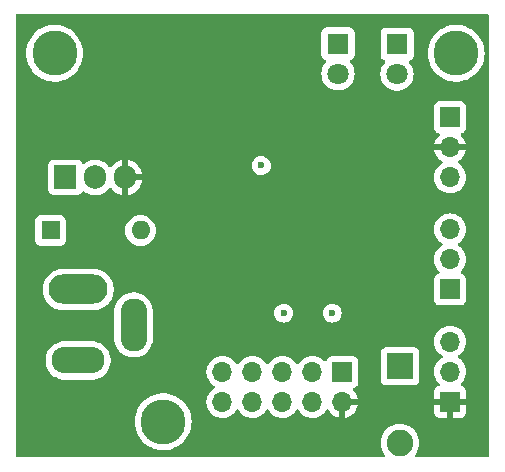
<source format=gbr>
%TF.GenerationSoftware,KiCad,Pcbnew,8.0.5*%
%TF.CreationDate,2024-11-04T19:37:10-07:00*%
%TF.ProjectId,ProjectPCB,50726f6a-6563-4745-9043-422e6b696361,rev?*%
%TF.SameCoordinates,Original*%
%TF.FileFunction,Copper,L3,Inr*%
%TF.FilePolarity,Positive*%
%FSLAX46Y46*%
G04 Gerber Fmt 4.6, Leading zero omitted, Abs format (unit mm)*
G04 Created by KiCad (PCBNEW 8.0.5) date 2024-11-04 19:37:10*
%MOMM*%
%LPD*%
G01*
G04 APERTURE LIST*
%TA.AperFunction,ComponentPad*%
%ADD10C,3.800000*%
%TD*%
%TA.AperFunction,ComponentPad*%
%ADD11O,5.000000X2.500000*%
%TD*%
%TA.AperFunction,ComponentPad*%
%ADD12O,4.500000X2.250000*%
%TD*%
%TA.AperFunction,ComponentPad*%
%ADD13O,2.250000X4.500000*%
%TD*%
%TA.AperFunction,ComponentPad*%
%ADD14R,1.700000X1.700000*%
%TD*%
%TA.AperFunction,ComponentPad*%
%ADD15O,1.700000X1.700000*%
%TD*%
%TA.AperFunction,ComponentPad*%
%ADD16R,2.250000X2.250000*%
%TD*%
%TA.AperFunction,ComponentPad*%
%ADD17C,2.250000*%
%TD*%
%TA.AperFunction,ComponentPad*%
%ADD18R,1.600000X1.600000*%
%TD*%
%TA.AperFunction,ComponentPad*%
%ADD19O,1.600000X1.600000*%
%TD*%
%TA.AperFunction,ComponentPad*%
%ADD20R,1.905000X2.000000*%
%TD*%
%TA.AperFunction,ComponentPad*%
%ADD21O,1.905000X2.000000*%
%TD*%
%TA.AperFunction,ComponentPad*%
%ADD22R,1.800000X1.800000*%
%TD*%
%TA.AperFunction,ComponentPad*%
%ADD23C,1.800000*%
%TD*%
%TA.AperFunction,ViaPad*%
%ADD24C,0.600000*%
%TD*%
G04 APERTURE END LIST*
D10*
%TO.N,GND*%
%TO.C,H3*%
X158000000Y-86000000D03*
%TD*%
%TO.N,GND*%
%TO.C,H2*%
X133200000Y-117200000D03*
%TD*%
%TO.N,GND*%
%TO.C,H1*%
X124000000Y-86000000D03*
%TD*%
D11*
%TO.N,Net-(SW2-A)*%
%TO.C,J5*%
X126000000Y-106000000D03*
D12*
%TO.N,GND*%
X126000000Y-112000000D03*
D13*
X130700000Y-109000000D03*
%TD*%
D14*
%TO.N,Net-(J3-Pin_1)*%
%TO.C,J3*%
X157500000Y-106000000D03*
D15*
%TO.N,Net-(J3-Pin_2)*%
X157500000Y-103460000D03*
%TO.N,GND*%
X157500000Y-100920000D03*
%TD*%
D16*
%TO.N,Net-(J1-Pin_5)*%
%TO.C,SW1*%
X153250000Y-112500000D03*
D17*
%TO.N,GND*%
X153250000Y-119000000D03*
%TD*%
D18*
%TO.N,Net-(SW2-A)*%
%TO.C,SW2*%
X123660000Y-101000000D03*
D19*
%TO.N,Net-(SW2-B)*%
X131280000Y-101000000D03*
%TD*%
D14*
%TO.N,Net-(J1-Pin_1)*%
%TO.C,J1*%
X148375000Y-112975000D03*
D15*
%TO.N,+5V*%
X148375000Y-115515000D03*
%TO.N,unconnected-(J1-Pin_3-Pad3)*%
X145835000Y-112975000D03*
%TO.N,GND*%
X145835000Y-115515000D03*
%TO.N,Net-(J1-Pin_5)*%
X143295000Y-112975000D03*
%TO.N,GND*%
X143295000Y-115515000D03*
%TO.N,Net-(J1-Pin_7)*%
X140755000Y-112975000D03*
%TO.N,GND*%
X140755000Y-115515000D03*
%TO.N,Net-(J1-Pin_9)*%
X138215000Y-112975000D03*
%TO.N,GND*%
X138215000Y-115515000D03*
%TD*%
D20*
%TO.N,Net-(SW2-B)*%
%TO.C,U2*%
X124920000Y-96500000D03*
D21*
%TO.N,GND*%
X127460000Y-96500000D03*
%TO.N,+5V*%
X130000000Y-96500000D03*
%TD*%
D14*
%TO.N,+5V*%
%TO.C,J2*%
X157500000Y-115500000D03*
D15*
%TO.N,Net-(J2-Pin_2)*%
X157500000Y-112960000D03*
%TO.N,GND*%
X157500000Y-110420000D03*
%TD*%
D22*
%TO.N,GND*%
%TO.C,D2*%
X153000000Y-85225000D03*
D23*
%TO.N,Net-(D2-A)*%
X153000000Y-87765000D03*
%TD*%
D22*
%TO.N,GND*%
%TO.C,D1*%
X148000000Y-85185000D03*
D23*
%TO.N,Net-(D1-A)*%
X148000000Y-87725000D03*
%TD*%
D14*
%TO.N,Net-(J4-Pin_1)*%
%TO.C,J4*%
X157500000Y-91420000D03*
D15*
%TO.N,+5V*%
X157500000Y-93960000D03*
%TO.N,GND*%
X157500000Y-96500000D03*
%TD*%
D24*
%TO.N,GND*%
X141500000Y-95500000D03*
X143400000Y-108000000D03*
%TO.N,+5V*%
X141400000Y-108000000D03*
X143500000Y-95500000D03*
X153400000Y-99600000D03*
X153500000Y-109500000D03*
%TO.N,Net-(J2-Pin_2)*%
X147500000Y-108000000D03*
%TD*%
%TA.AperFunction,Conductor*%
%TO.N,+5V*%
G36*
X160742539Y-82720185D02*
G01*
X160788294Y-82772989D01*
X160799500Y-82824500D01*
X160799500Y-120075500D01*
X160779815Y-120142539D01*
X160727011Y-120188294D01*
X160675500Y-120199500D01*
X154632181Y-120199500D01*
X154565142Y-120179815D01*
X154519387Y-120127011D01*
X154509443Y-120057853D01*
X154537890Y-119994969D01*
X154569122Y-119958400D01*
X154569121Y-119958400D01*
X154569123Y-119958399D01*
X154702809Y-119740243D01*
X154800722Y-119503860D01*
X154860452Y-119255070D01*
X154880526Y-119000000D01*
X154860452Y-118744930D01*
X154800722Y-118496140D01*
X154800720Y-118496135D01*
X154702811Y-118259760D01*
X154702809Y-118259757D01*
X154569124Y-118041603D01*
X154569121Y-118041598D01*
X154509319Y-117971579D01*
X154402956Y-117847044D01*
X154296591Y-117756200D01*
X154208401Y-117680878D01*
X154208396Y-117680875D01*
X153990242Y-117547190D01*
X153990239Y-117547188D01*
X153753864Y-117449279D01*
X153753860Y-117449278D01*
X153505070Y-117389548D01*
X153505067Y-117389547D01*
X153505064Y-117389547D01*
X153250000Y-117369474D01*
X152994935Y-117389547D01*
X152994931Y-117389547D01*
X152994930Y-117389548D01*
X152870535Y-117419413D01*
X152746135Y-117449279D01*
X152509760Y-117547188D01*
X152509757Y-117547190D01*
X152291603Y-117680875D01*
X152291598Y-117680878D01*
X152097044Y-117847044D01*
X151930878Y-118041598D01*
X151930875Y-118041603D01*
X151797190Y-118259757D01*
X151797188Y-118259760D01*
X151699279Y-118496135D01*
X151639547Y-118744935D01*
X151619474Y-119000000D01*
X151639547Y-119255064D01*
X151699279Y-119503864D01*
X151797188Y-119740239D01*
X151797190Y-119740242D01*
X151930875Y-119958396D01*
X151930877Y-119958400D01*
X151962110Y-119994969D01*
X151990680Y-120058730D01*
X151980243Y-120127816D01*
X151934112Y-120180292D01*
X151867819Y-120199500D01*
X120824500Y-120199500D01*
X120757461Y-120179815D01*
X120711706Y-120127011D01*
X120700500Y-120075500D01*
X120700500Y-117199994D01*
X130794754Y-117199994D01*
X130794754Y-117200005D01*
X130813718Y-117501446D01*
X130813719Y-117501453D01*
X130870320Y-117798164D01*
X130963659Y-118085431D01*
X130963661Y-118085436D01*
X131092265Y-118358732D01*
X131092268Y-118358738D01*
X131254111Y-118613763D01*
X131446652Y-118846505D01*
X131666836Y-119053272D01*
X131666846Y-119053280D01*
X131911193Y-119230808D01*
X131911198Y-119230810D01*
X131911205Y-119230816D01*
X132175896Y-119376332D01*
X132175901Y-119376334D01*
X132175903Y-119376335D01*
X132175904Y-119376336D01*
X132456734Y-119487524D01*
X132456737Y-119487525D01*
X132554259Y-119512564D01*
X132749302Y-119562642D01*
X132896039Y-119581179D01*
X133048963Y-119600499D01*
X133048969Y-119600499D01*
X133048973Y-119600500D01*
X133048975Y-119600500D01*
X133351025Y-119600500D01*
X133351027Y-119600500D01*
X133351032Y-119600499D01*
X133351036Y-119600499D01*
X133430591Y-119590448D01*
X133650698Y-119562642D01*
X133943262Y-119487525D01*
X133943265Y-119487524D01*
X134224095Y-119376336D01*
X134224096Y-119376335D01*
X134224094Y-119376335D01*
X134224104Y-119376332D01*
X134488795Y-119230816D01*
X134733162Y-119053274D01*
X134953349Y-118846504D01*
X135145885Y-118613768D01*
X135307733Y-118358736D01*
X135436341Y-118085430D01*
X135529681Y-117798160D01*
X135586280Y-117501457D01*
X135605246Y-117200000D01*
X135586280Y-116898543D01*
X135529681Y-116601840D01*
X135436341Y-116314570D01*
X135307733Y-116041264D01*
X135267893Y-115978486D01*
X135145888Y-115786236D01*
X135116253Y-115750413D01*
X134953349Y-115553496D01*
X134733162Y-115346726D01*
X134733159Y-115346724D01*
X134733153Y-115346719D01*
X134488806Y-115169191D01*
X134488799Y-115169186D01*
X134488795Y-115169184D01*
X134224104Y-115023668D01*
X134224101Y-115023666D01*
X134224096Y-115023664D01*
X134224095Y-115023663D01*
X133943265Y-114912475D01*
X133943262Y-114912474D01*
X133650695Y-114837357D01*
X133351036Y-114799500D01*
X133351027Y-114799500D01*
X133048973Y-114799500D01*
X133048963Y-114799500D01*
X132749304Y-114837357D01*
X132456737Y-114912474D01*
X132456734Y-114912475D01*
X132175904Y-115023663D01*
X132175903Y-115023664D01*
X131911205Y-115169184D01*
X131911193Y-115169191D01*
X131666846Y-115346719D01*
X131666836Y-115346727D01*
X131446652Y-115553494D01*
X131254111Y-115786236D01*
X131092268Y-116041261D01*
X131092265Y-116041267D01*
X130963661Y-116314563D01*
X130963659Y-116314568D01*
X130870320Y-116601835D01*
X130813719Y-116898546D01*
X130813718Y-116898553D01*
X130794754Y-117199994D01*
X120700500Y-117199994D01*
X120700500Y-111872070D01*
X123249500Y-111872070D01*
X123249500Y-112127929D01*
X123289526Y-112380640D01*
X123368588Y-112623972D01*
X123368589Y-112623975D01*
X123484750Y-112851950D01*
X123635132Y-113058935D01*
X123635136Y-113058940D01*
X123816059Y-113239863D01*
X123816064Y-113239867D01*
X123996607Y-113371038D01*
X124023053Y-113390252D01*
X124118065Y-113438663D01*
X124251024Y-113506410D01*
X124251027Y-113506411D01*
X124372693Y-113545942D01*
X124494361Y-113585474D01*
X124747070Y-113625500D01*
X124747071Y-113625500D01*
X127252929Y-113625500D01*
X127252930Y-113625500D01*
X127505639Y-113585474D01*
X127748975Y-113506410D01*
X127976947Y-113390252D01*
X128183942Y-113239862D01*
X128364862Y-113058942D01*
X128425850Y-112974999D01*
X136859341Y-112974999D01*
X136859341Y-112975000D01*
X136879936Y-113210403D01*
X136879938Y-113210413D01*
X136941094Y-113438655D01*
X136941096Y-113438659D01*
X136941097Y-113438663D01*
X136945000Y-113447032D01*
X137040965Y-113652830D01*
X137040967Y-113652834D01*
X137149281Y-113807521D01*
X137176501Y-113846396D01*
X137176506Y-113846402D01*
X137343597Y-114013493D01*
X137343603Y-114013498D01*
X137529158Y-114143425D01*
X137572783Y-114198002D01*
X137579977Y-114267500D01*
X137548454Y-114329855D01*
X137529158Y-114346575D01*
X137343597Y-114476505D01*
X137176505Y-114643597D01*
X137040965Y-114837169D01*
X137040964Y-114837171D01*
X136941098Y-115051335D01*
X136941094Y-115051344D01*
X136879938Y-115279586D01*
X136879936Y-115279596D01*
X136859341Y-115514999D01*
X136859341Y-115515000D01*
X136879936Y-115750403D01*
X136879938Y-115750413D01*
X136941094Y-115978655D01*
X136941096Y-115978659D01*
X136941097Y-115978663D01*
X137021004Y-116150023D01*
X137040965Y-116192830D01*
X137040967Y-116192834D01*
X137126203Y-116314563D01*
X137176505Y-116386401D01*
X137343599Y-116553495D01*
X137398713Y-116592086D01*
X137537165Y-116689032D01*
X137537167Y-116689033D01*
X137537170Y-116689035D01*
X137751337Y-116788903D01*
X137751343Y-116788904D01*
X137751344Y-116788905D01*
X137806285Y-116803626D01*
X137979592Y-116850063D01*
X138167918Y-116866539D01*
X138214999Y-116870659D01*
X138215000Y-116870659D01*
X138215001Y-116870659D01*
X138254234Y-116867226D01*
X138450408Y-116850063D01*
X138678663Y-116788903D01*
X138892830Y-116689035D01*
X139086401Y-116553495D01*
X139253495Y-116386401D01*
X139383425Y-116200842D01*
X139438002Y-116157217D01*
X139507500Y-116150023D01*
X139569855Y-116181546D01*
X139586575Y-116200842D01*
X139716500Y-116386395D01*
X139716505Y-116386401D01*
X139883599Y-116553495D01*
X139938713Y-116592086D01*
X140077165Y-116689032D01*
X140077167Y-116689033D01*
X140077170Y-116689035D01*
X140291337Y-116788903D01*
X140291343Y-116788904D01*
X140291344Y-116788905D01*
X140346285Y-116803626D01*
X140519592Y-116850063D01*
X140707918Y-116866539D01*
X140754999Y-116870659D01*
X140755000Y-116870659D01*
X140755001Y-116870659D01*
X140794234Y-116867226D01*
X140990408Y-116850063D01*
X141218663Y-116788903D01*
X141432830Y-116689035D01*
X141626401Y-116553495D01*
X141793495Y-116386401D01*
X141923425Y-116200842D01*
X141978002Y-116157217D01*
X142047500Y-116150023D01*
X142109855Y-116181546D01*
X142126575Y-116200842D01*
X142256500Y-116386395D01*
X142256505Y-116386401D01*
X142423599Y-116553495D01*
X142478713Y-116592086D01*
X142617165Y-116689032D01*
X142617167Y-116689033D01*
X142617170Y-116689035D01*
X142831337Y-116788903D01*
X142831343Y-116788904D01*
X142831344Y-116788905D01*
X142886285Y-116803626D01*
X143059592Y-116850063D01*
X143247918Y-116866539D01*
X143294999Y-116870659D01*
X143295000Y-116870659D01*
X143295001Y-116870659D01*
X143334234Y-116867226D01*
X143530408Y-116850063D01*
X143758663Y-116788903D01*
X143972830Y-116689035D01*
X144166401Y-116553495D01*
X144333495Y-116386401D01*
X144463425Y-116200842D01*
X144518002Y-116157217D01*
X144587500Y-116150023D01*
X144649855Y-116181546D01*
X144666575Y-116200842D01*
X144796500Y-116386395D01*
X144796505Y-116386401D01*
X144963599Y-116553495D01*
X145018713Y-116592086D01*
X145157165Y-116689032D01*
X145157167Y-116689033D01*
X145157170Y-116689035D01*
X145371337Y-116788903D01*
X145371343Y-116788904D01*
X145371344Y-116788905D01*
X145426285Y-116803626D01*
X145599592Y-116850063D01*
X145787918Y-116866539D01*
X145834999Y-116870659D01*
X145835000Y-116870659D01*
X145835001Y-116870659D01*
X145874234Y-116867226D01*
X146070408Y-116850063D01*
X146298663Y-116788903D01*
X146512830Y-116689035D01*
X146706401Y-116553495D01*
X146873495Y-116386401D01*
X147003730Y-116200405D01*
X147058307Y-116156781D01*
X147127805Y-116149587D01*
X147190160Y-116181110D01*
X147206879Y-116200405D01*
X147336890Y-116386078D01*
X147503917Y-116553105D01*
X147697421Y-116688600D01*
X147911507Y-116788429D01*
X147911516Y-116788433D01*
X148125000Y-116845634D01*
X148125000Y-115948012D01*
X148182007Y-115980925D01*
X148309174Y-116015000D01*
X148440826Y-116015000D01*
X148567993Y-115980925D01*
X148625000Y-115948012D01*
X148625000Y-116845633D01*
X148838483Y-116788433D01*
X148838492Y-116788429D01*
X149052578Y-116688600D01*
X149246082Y-116553105D01*
X149413105Y-116386082D01*
X149548600Y-116192578D01*
X149648429Y-115978492D01*
X149648432Y-115978486D01*
X149705636Y-115765000D01*
X148808012Y-115765000D01*
X148840925Y-115707993D01*
X148875000Y-115580826D01*
X148875000Y-115449174D01*
X148840925Y-115322007D01*
X148808012Y-115265000D01*
X149705636Y-115265000D01*
X149705635Y-115264999D01*
X149648432Y-115051513D01*
X149648429Y-115051507D01*
X149548600Y-114837422D01*
X149548599Y-114837420D01*
X149413113Y-114643926D01*
X149413108Y-114643920D01*
X149291053Y-114521865D01*
X149257568Y-114460542D01*
X149262552Y-114390850D01*
X149304424Y-114334917D01*
X149335400Y-114318002D01*
X149467331Y-114268796D01*
X149582546Y-114182546D01*
X149668796Y-114067331D01*
X149719091Y-113932483D01*
X149725500Y-113872873D01*
X149725499Y-112077128D01*
X149719091Y-112017517D01*
X149717810Y-112014083D01*
X149668797Y-111882671D01*
X149668793Y-111882664D01*
X149582547Y-111767455D01*
X149582544Y-111767452D01*
X149467335Y-111681206D01*
X149467328Y-111681202D01*
X149332482Y-111630908D01*
X149332483Y-111630908D01*
X149272883Y-111624501D01*
X149272881Y-111624500D01*
X149272873Y-111624500D01*
X149272864Y-111624500D01*
X147477129Y-111624500D01*
X147477123Y-111624501D01*
X147417516Y-111630908D01*
X147282671Y-111681202D01*
X147282664Y-111681206D01*
X147167455Y-111767452D01*
X147167452Y-111767455D01*
X147081206Y-111882664D01*
X147081203Y-111882669D01*
X147032189Y-112014083D01*
X146990317Y-112070016D01*
X146924853Y-112094433D01*
X146856580Y-112079581D01*
X146828326Y-112058430D01*
X146706402Y-111936506D01*
X146706395Y-111936501D01*
X146512834Y-111800967D01*
X146512830Y-111800965D01*
X146456837Y-111774855D01*
X146298663Y-111701097D01*
X146298659Y-111701096D01*
X146298655Y-111701094D01*
X146070413Y-111639938D01*
X146070403Y-111639936D01*
X145835001Y-111619341D01*
X145834999Y-111619341D01*
X145599596Y-111639936D01*
X145599586Y-111639938D01*
X145371344Y-111701094D01*
X145371335Y-111701098D01*
X145157171Y-111800964D01*
X145157169Y-111800965D01*
X144963597Y-111936505D01*
X144796505Y-112103597D01*
X144666575Y-112289158D01*
X144611998Y-112332783D01*
X144542500Y-112339977D01*
X144480145Y-112308454D01*
X144463425Y-112289158D01*
X144333494Y-112103597D01*
X144166402Y-111936506D01*
X144166395Y-111936501D01*
X143972834Y-111800967D01*
X143972830Y-111800965D01*
X143916837Y-111774855D01*
X143758663Y-111701097D01*
X143758659Y-111701096D01*
X143758655Y-111701094D01*
X143530413Y-111639938D01*
X143530403Y-111639936D01*
X143295001Y-111619341D01*
X143294999Y-111619341D01*
X143059596Y-111639936D01*
X143059586Y-111639938D01*
X142831344Y-111701094D01*
X142831335Y-111701098D01*
X142617171Y-111800964D01*
X142617169Y-111800965D01*
X142423597Y-111936505D01*
X142256505Y-112103597D01*
X142126575Y-112289158D01*
X142071998Y-112332783D01*
X142002500Y-112339977D01*
X141940145Y-112308454D01*
X141923425Y-112289158D01*
X141793494Y-112103597D01*
X141626402Y-111936506D01*
X141626395Y-111936501D01*
X141432834Y-111800967D01*
X141432830Y-111800965D01*
X141376837Y-111774855D01*
X141218663Y-111701097D01*
X141218659Y-111701096D01*
X141218655Y-111701094D01*
X140990413Y-111639938D01*
X140990403Y-111639936D01*
X140755001Y-111619341D01*
X140754999Y-111619341D01*
X140519596Y-111639936D01*
X140519586Y-111639938D01*
X140291344Y-111701094D01*
X140291335Y-111701098D01*
X140077171Y-111800964D01*
X140077169Y-111800965D01*
X139883597Y-111936505D01*
X139716505Y-112103597D01*
X139586575Y-112289158D01*
X139531998Y-112332783D01*
X139462500Y-112339977D01*
X139400145Y-112308454D01*
X139383425Y-112289158D01*
X139253494Y-112103597D01*
X139086402Y-111936506D01*
X139086395Y-111936501D01*
X138892834Y-111800967D01*
X138892830Y-111800965D01*
X138836837Y-111774855D01*
X138678663Y-111701097D01*
X138678659Y-111701096D01*
X138678655Y-111701094D01*
X138450413Y-111639938D01*
X138450403Y-111639936D01*
X138215001Y-111619341D01*
X138214999Y-111619341D01*
X137979596Y-111639936D01*
X137979586Y-111639938D01*
X137751344Y-111701094D01*
X137751335Y-111701098D01*
X137537171Y-111800964D01*
X137537169Y-111800965D01*
X137343597Y-111936505D01*
X137176505Y-112103597D01*
X137040965Y-112297169D01*
X137040964Y-112297171D01*
X136941098Y-112511335D01*
X136941094Y-112511344D01*
X136879938Y-112739586D01*
X136879936Y-112739596D01*
X136859341Y-112974999D01*
X128425850Y-112974999D01*
X128515252Y-112851947D01*
X128631410Y-112623975D01*
X128710474Y-112380639D01*
X128750500Y-112127930D01*
X128750500Y-111872070D01*
X128710474Y-111619361D01*
X128631410Y-111376025D01*
X128631410Y-111376024D01*
X128576122Y-111267517D01*
X128515252Y-111148053D01*
X128478763Y-111097830D01*
X128364867Y-110941064D01*
X128364863Y-110941059D01*
X128183940Y-110760136D01*
X128183935Y-110760132D01*
X127976950Y-110609750D01*
X127976949Y-110609749D01*
X127976947Y-110609748D01*
X127903910Y-110572533D01*
X127748975Y-110493589D01*
X127748972Y-110493588D01*
X127505640Y-110414526D01*
X127379284Y-110394513D01*
X127252930Y-110374500D01*
X124747070Y-110374500D01*
X124662833Y-110387842D01*
X124494359Y-110414526D01*
X124251027Y-110493588D01*
X124251024Y-110493589D01*
X124023049Y-110609750D01*
X123816064Y-110760132D01*
X123816059Y-110760136D01*
X123635136Y-110941059D01*
X123635132Y-110941064D01*
X123484750Y-111148049D01*
X123368589Y-111376024D01*
X123368588Y-111376027D01*
X123289526Y-111619359D01*
X123249500Y-111872070D01*
X120700500Y-111872070D01*
X120700500Y-105885258D01*
X122999500Y-105885258D01*
X122999500Y-106114741D01*
X123022512Y-106289526D01*
X123029452Y-106342238D01*
X123036513Y-106368589D01*
X123088842Y-106563887D01*
X123176650Y-106775876D01*
X123176657Y-106775890D01*
X123291392Y-106974617D01*
X123431081Y-107156661D01*
X123431089Y-107156670D01*
X123593330Y-107318911D01*
X123593338Y-107318918D01*
X123775382Y-107458607D01*
X123775385Y-107458608D01*
X123775388Y-107458611D01*
X123974112Y-107573344D01*
X123974117Y-107573346D01*
X123974123Y-107573349D01*
X124065480Y-107611190D01*
X124186113Y-107661158D01*
X124407762Y-107720548D01*
X124635266Y-107750500D01*
X124635273Y-107750500D01*
X127364727Y-107750500D01*
X127364734Y-107750500D01*
X127390787Y-107747070D01*
X129074500Y-107747070D01*
X129074500Y-110252929D01*
X129114526Y-110505640D01*
X129193588Y-110748972D01*
X129193589Y-110748975D01*
X129309750Y-110976950D01*
X129460132Y-111183935D01*
X129460136Y-111183940D01*
X129641059Y-111364863D01*
X129641064Y-111364867D01*
X129769933Y-111458495D01*
X129848053Y-111515252D01*
X129991663Y-111588425D01*
X130076024Y-111631410D01*
X130076027Y-111631411D01*
X130197693Y-111670942D01*
X130319361Y-111710474D01*
X130572070Y-111750500D01*
X130572071Y-111750500D01*
X130827929Y-111750500D01*
X130827930Y-111750500D01*
X131080639Y-111710474D01*
X131323975Y-111631410D01*
X131551947Y-111515252D01*
X131758942Y-111364862D01*
X131796669Y-111327135D01*
X151624500Y-111327135D01*
X151624500Y-113672870D01*
X151624501Y-113672876D01*
X151630908Y-113732483D01*
X151681202Y-113867328D01*
X151681206Y-113867335D01*
X151767452Y-113982544D01*
X151767455Y-113982547D01*
X151882664Y-114068793D01*
X151882671Y-114068797D01*
X152017517Y-114119091D01*
X152017516Y-114119091D01*
X152024444Y-114119835D01*
X152077127Y-114125500D01*
X154422872Y-114125499D01*
X154482483Y-114119091D01*
X154617331Y-114068796D01*
X154732546Y-113982546D01*
X154818796Y-113867331D01*
X154869091Y-113732483D01*
X154875500Y-113672873D01*
X154875499Y-111327128D01*
X154869091Y-111267517D01*
X154824532Y-111148049D01*
X154818797Y-111132671D01*
X154818793Y-111132664D01*
X154732547Y-111017455D01*
X154732544Y-111017452D01*
X154617335Y-110931206D01*
X154617328Y-110931202D01*
X154482482Y-110880908D01*
X154482483Y-110880908D01*
X154422883Y-110874501D01*
X154422881Y-110874500D01*
X154422873Y-110874500D01*
X154422864Y-110874500D01*
X152077129Y-110874500D01*
X152077123Y-110874501D01*
X152017516Y-110880908D01*
X151882671Y-110931202D01*
X151882664Y-110931206D01*
X151767455Y-111017452D01*
X151767452Y-111017455D01*
X151681206Y-111132664D01*
X151681202Y-111132671D01*
X151630908Y-111267517D01*
X151624501Y-111327116D01*
X151624501Y-111327123D01*
X151624500Y-111327135D01*
X131796669Y-111327135D01*
X131939862Y-111183942D01*
X132090252Y-110976947D01*
X132206410Y-110748975D01*
X132285474Y-110505639D01*
X132299038Y-110419999D01*
X156144341Y-110419999D01*
X156144341Y-110420000D01*
X156164936Y-110655403D01*
X156164938Y-110655413D01*
X156226094Y-110883655D01*
X156226096Y-110883659D01*
X156226097Y-110883663D01*
X156325965Y-111097830D01*
X156325967Y-111097834D01*
X156461501Y-111291395D01*
X156461506Y-111291402D01*
X156628597Y-111458493D01*
X156628603Y-111458498D01*
X156814158Y-111588425D01*
X156857783Y-111643002D01*
X156864977Y-111712500D01*
X156833454Y-111774855D01*
X156814158Y-111791575D01*
X156628597Y-111921505D01*
X156461505Y-112088597D01*
X156325965Y-112282169D01*
X156325964Y-112282171D01*
X156226098Y-112496335D01*
X156226094Y-112496344D01*
X156164938Y-112724586D01*
X156164936Y-112724596D01*
X156144341Y-112959999D01*
X156144341Y-112960000D01*
X156164936Y-113195403D01*
X156164938Y-113195413D01*
X156226094Y-113423655D01*
X156226096Y-113423659D01*
X156226097Y-113423663D01*
X156301551Y-113585474D01*
X156325965Y-113637830D01*
X156325967Y-113637834D01*
X156434281Y-113792521D01*
X156461501Y-113831396D01*
X156461506Y-113831402D01*
X156583818Y-113953714D01*
X156617303Y-114015037D01*
X156612319Y-114084729D01*
X156570447Y-114140662D01*
X156539471Y-114157577D01*
X156407912Y-114206646D01*
X156407906Y-114206649D01*
X156292812Y-114292809D01*
X156292809Y-114292812D01*
X156206649Y-114407906D01*
X156206645Y-114407913D01*
X156156403Y-114542620D01*
X156156401Y-114542627D01*
X156150000Y-114602155D01*
X156150000Y-115250000D01*
X157066988Y-115250000D01*
X157034075Y-115307007D01*
X157000000Y-115434174D01*
X157000000Y-115565826D01*
X157034075Y-115692993D01*
X157066988Y-115750000D01*
X156150000Y-115750000D01*
X156150000Y-116397844D01*
X156156401Y-116457372D01*
X156156403Y-116457379D01*
X156206645Y-116592086D01*
X156206649Y-116592093D01*
X156292809Y-116707187D01*
X156292812Y-116707190D01*
X156407906Y-116793350D01*
X156407913Y-116793354D01*
X156542620Y-116843596D01*
X156542627Y-116843598D01*
X156602155Y-116849999D01*
X156602172Y-116850000D01*
X157250000Y-116850000D01*
X157250000Y-115933012D01*
X157307007Y-115965925D01*
X157434174Y-116000000D01*
X157565826Y-116000000D01*
X157692993Y-115965925D01*
X157750000Y-115933012D01*
X157750000Y-116850000D01*
X158397828Y-116850000D01*
X158397844Y-116849999D01*
X158457372Y-116843598D01*
X158457379Y-116843596D01*
X158592086Y-116793354D01*
X158592093Y-116793350D01*
X158707187Y-116707190D01*
X158707190Y-116707187D01*
X158793350Y-116592093D01*
X158793354Y-116592086D01*
X158843596Y-116457379D01*
X158843598Y-116457372D01*
X158849999Y-116397844D01*
X158850000Y-116397827D01*
X158850000Y-115750000D01*
X157933012Y-115750000D01*
X157965925Y-115692993D01*
X158000000Y-115565826D01*
X158000000Y-115434174D01*
X157965925Y-115307007D01*
X157933012Y-115250000D01*
X158850000Y-115250000D01*
X158850000Y-114602172D01*
X158849999Y-114602155D01*
X158843598Y-114542627D01*
X158843596Y-114542620D01*
X158793354Y-114407913D01*
X158793350Y-114407906D01*
X158707190Y-114292812D01*
X158707187Y-114292809D01*
X158592093Y-114206649D01*
X158592088Y-114206646D01*
X158460528Y-114157577D01*
X158404595Y-114115705D01*
X158380178Y-114050241D01*
X158395030Y-113981968D01*
X158416175Y-113953720D01*
X158538495Y-113831401D01*
X158674035Y-113637830D01*
X158773903Y-113423663D01*
X158835063Y-113195408D01*
X158855659Y-112960000D01*
X158835063Y-112724592D01*
X158777922Y-112511335D01*
X158773905Y-112496344D01*
X158773904Y-112496343D01*
X158773903Y-112496337D01*
X158674035Y-112282171D01*
X158538495Y-112088599D01*
X158538494Y-112088597D01*
X158371402Y-111921506D01*
X158371396Y-111921501D01*
X158185842Y-111791575D01*
X158142217Y-111736998D01*
X158135023Y-111667500D01*
X158166546Y-111605145D01*
X158185842Y-111588425D01*
X158208026Y-111572891D01*
X158371401Y-111458495D01*
X158538495Y-111291401D01*
X158674035Y-111097830D01*
X158773903Y-110883663D01*
X158835063Y-110655408D01*
X158855659Y-110420000D01*
X158835063Y-110184592D01*
X158773903Y-109956337D01*
X158674035Y-109742171D01*
X158538495Y-109548599D01*
X158538494Y-109548597D01*
X158371402Y-109381506D01*
X158371395Y-109381501D01*
X158177834Y-109245967D01*
X158177830Y-109245965D01*
X158177828Y-109245964D01*
X157963663Y-109146097D01*
X157963659Y-109146096D01*
X157963655Y-109146094D01*
X157735413Y-109084938D01*
X157735403Y-109084936D01*
X157500001Y-109064341D01*
X157499999Y-109064341D01*
X157264596Y-109084936D01*
X157264586Y-109084938D01*
X157036344Y-109146094D01*
X157036335Y-109146098D01*
X156822171Y-109245964D01*
X156822169Y-109245965D01*
X156628597Y-109381505D01*
X156461505Y-109548597D01*
X156325965Y-109742169D01*
X156325964Y-109742171D01*
X156226098Y-109956335D01*
X156226094Y-109956344D01*
X156164938Y-110184586D01*
X156164936Y-110184596D01*
X156144341Y-110419999D01*
X132299038Y-110419999D01*
X132325500Y-110252930D01*
X132325500Y-107999996D01*
X142594435Y-107999996D01*
X142594435Y-108000003D01*
X142614630Y-108179249D01*
X142614631Y-108179254D01*
X142674211Y-108349523D01*
X142770184Y-108502262D01*
X142897738Y-108629816D01*
X143050478Y-108725789D01*
X143220745Y-108785368D01*
X143220750Y-108785369D01*
X143399996Y-108805565D01*
X143400000Y-108805565D01*
X143400004Y-108805565D01*
X143579249Y-108785369D01*
X143579252Y-108785368D01*
X143579255Y-108785368D01*
X143749522Y-108725789D01*
X143902262Y-108629816D01*
X144029816Y-108502262D01*
X144125789Y-108349522D01*
X144185368Y-108179255D01*
X144205565Y-108000000D01*
X144205565Y-107999996D01*
X146694435Y-107999996D01*
X146694435Y-108000003D01*
X146714630Y-108179249D01*
X146714631Y-108179254D01*
X146774211Y-108349523D01*
X146870184Y-108502262D01*
X146997738Y-108629816D01*
X147150478Y-108725789D01*
X147320745Y-108785368D01*
X147320750Y-108785369D01*
X147499996Y-108805565D01*
X147500000Y-108805565D01*
X147500004Y-108805565D01*
X147679249Y-108785369D01*
X147679252Y-108785368D01*
X147679255Y-108785368D01*
X147849522Y-108725789D01*
X148002262Y-108629816D01*
X148129816Y-108502262D01*
X148225789Y-108349522D01*
X148285368Y-108179255D01*
X148305565Y-108000000D01*
X148285368Y-107820745D01*
X148225789Y-107650478D01*
X148129816Y-107497738D01*
X148002262Y-107370184D01*
X147970932Y-107350498D01*
X147849523Y-107274211D01*
X147679254Y-107214631D01*
X147679249Y-107214630D01*
X147500004Y-107194435D01*
X147499996Y-107194435D01*
X147320750Y-107214630D01*
X147320745Y-107214631D01*
X147150476Y-107274211D01*
X146997737Y-107370184D01*
X146870184Y-107497737D01*
X146774211Y-107650476D01*
X146714631Y-107820745D01*
X146714630Y-107820750D01*
X146694435Y-107999996D01*
X144205565Y-107999996D01*
X144185368Y-107820745D01*
X144125789Y-107650478D01*
X144029816Y-107497738D01*
X143902262Y-107370184D01*
X143870932Y-107350498D01*
X143749523Y-107274211D01*
X143579254Y-107214631D01*
X143579249Y-107214630D01*
X143400004Y-107194435D01*
X143399996Y-107194435D01*
X143220750Y-107214630D01*
X143220745Y-107214631D01*
X143050476Y-107274211D01*
X142897737Y-107370184D01*
X142770184Y-107497737D01*
X142674211Y-107650476D01*
X142614631Y-107820745D01*
X142614630Y-107820750D01*
X142594435Y-107999996D01*
X132325500Y-107999996D01*
X132325500Y-107747070D01*
X132285474Y-107494361D01*
X132238731Y-107350499D01*
X132206411Y-107251027D01*
X132206410Y-107251024D01*
X132166185Y-107172080D01*
X132090252Y-107023053D01*
X131999302Y-106897870D01*
X131939867Y-106816064D01*
X131939863Y-106816059D01*
X131758940Y-106635136D01*
X131758935Y-106635132D01*
X131551950Y-106484750D01*
X131551949Y-106484749D01*
X131551947Y-106484748D01*
X131478910Y-106447533D01*
X131323975Y-106368589D01*
X131323972Y-106368588D01*
X131080640Y-106289526D01*
X130954284Y-106269513D01*
X130827930Y-106249500D01*
X130572070Y-106249500D01*
X130487833Y-106262842D01*
X130319359Y-106289526D01*
X130076027Y-106368588D01*
X130076024Y-106368589D01*
X129848049Y-106484750D01*
X129641064Y-106635132D01*
X129641059Y-106635136D01*
X129460136Y-106816059D01*
X129460132Y-106816064D01*
X129309750Y-107023049D01*
X129193589Y-107251024D01*
X129193588Y-107251027D01*
X129114526Y-107494359D01*
X129074500Y-107747070D01*
X127390787Y-107747070D01*
X127592238Y-107720548D01*
X127813887Y-107661158D01*
X128025888Y-107573344D01*
X128224612Y-107458611D01*
X128406661Y-107318919D01*
X128406665Y-107318914D01*
X128406670Y-107318911D01*
X128568911Y-107156670D01*
X128568914Y-107156665D01*
X128568919Y-107156661D01*
X128708611Y-106974612D01*
X128823344Y-106775888D01*
X128911158Y-106563887D01*
X128970548Y-106342238D01*
X129000500Y-106114734D01*
X129000500Y-105885266D01*
X128970548Y-105657762D01*
X128911158Y-105436113D01*
X128823344Y-105224112D01*
X128708611Y-105025388D01*
X128708608Y-105025385D01*
X128708607Y-105025382D01*
X128568918Y-104843338D01*
X128568911Y-104843330D01*
X128406670Y-104681089D01*
X128406661Y-104681081D01*
X128224617Y-104541392D01*
X128025890Y-104426657D01*
X128025876Y-104426650D01*
X127813887Y-104338842D01*
X127786094Y-104331395D01*
X127592238Y-104279452D01*
X127554215Y-104274446D01*
X127364741Y-104249500D01*
X127364734Y-104249500D01*
X124635266Y-104249500D01*
X124635258Y-104249500D01*
X124418715Y-104278009D01*
X124407762Y-104279452D01*
X124314076Y-104304554D01*
X124186112Y-104338842D01*
X123974123Y-104426650D01*
X123974109Y-104426657D01*
X123775382Y-104541392D01*
X123593338Y-104681081D01*
X123431081Y-104843338D01*
X123291392Y-105025382D01*
X123176657Y-105224109D01*
X123176650Y-105224123D01*
X123088842Y-105436112D01*
X123029453Y-105657759D01*
X123029451Y-105657770D01*
X122999500Y-105885258D01*
X120700500Y-105885258D01*
X120700500Y-100152135D01*
X122359500Y-100152135D01*
X122359500Y-101847870D01*
X122359501Y-101847876D01*
X122365908Y-101907483D01*
X122416202Y-102042328D01*
X122416206Y-102042335D01*
X122502452Y-102157544D01*
X122502455Y-102157547D01*
X122617664Y-102243793D01*
X122617671Y-102243797D01*
X122752517Y-102294091D01*
X122752516Y-102294091D01*
X122759444Y-102294835D01*
X122812127Y-102300500D01*
X124507872Y-102300499D01*
X124567483Y-102294091D01*
X124702331Y-102243796D01*
X124817546Y-102157546D01*
X124903796Y-102042331D01*
X124954091Y-101907483D01*
X124960500Y-101847873D01*
X124960499Y-100999998D01*
X129974532Y-100999998D01*
X129974532Y-101000001D01*
X129994364Y-101226686D01*
X129994366Y-101226697D01*
X130053258Y-101446488D01*
X130053261Y-101446497D01*
X130149431Y-101652732D01*
X130149432Y-101652734D01*
X130279954Y-101839141D01*
X130440858Y-102000045D01*
X130440861Y-102000047D01*
X130627266Y-102130568D01*
X130833504Y-102226739D01*
X131053308Y-102285635D01*
X131215230Y-102299801D01*
X131279998Y-102305468D01*
X131280000Y-102305468D01*
X131280002Y-102305468D01*
X131336807Y-102300498D01*
X131506692Y-102285635D01*
X131726496Y-102226739D01*
X131932734Y-102130568D01*
X132119139Y-102000047D01*
X132280047Y-101839139D01*
X132410568Y-101652734D01*
X132506739Y-101446496D01*
X132565635Y-101226692D01*
X132585468Y-101000000D01*
X132578469Y-100919999D01*
X156144341Y-100919999D01*
X156144341Y-100920000D01*
X156164936Y-101155403D01*
X156164938Y-101155413D01*
X156226094Y-101383655D01*
X156226096Y-101383659D01*
X156226097Y-101383663D01*
X156255393Y-101446488D01*
X156325965Y-101597830D01*
X156325967Y-101597834D01*
X156461501Y-101791395D01*
X156461506Y-101791402D01*
X156628597Y-101958493D01*
X156628603Y-101958498D01*
X156814158Y-102088425D01*
X156857783Y-102143002D01*
X156864977Y-102212500D01*
X156833454Y-102274855D01*
X156814158Y-102291575D01*
X156628597Y-102421505D01*
X156461505Y-102588597D01*
X156325965Y-102782169D01*
X156325964Y-102782171D01*
X156226098Y-102996335D01*
X156226094Y-102996344D01*
X156164938Y-103224586D01*
X156164936Y-103224596D01*
X156144341Y-103459999D01*
X156144341Y-103460000D01*
X156164936Y-103695403D01*
X156164938Y-103695413D01*
X156226094Y-103923655D01*
X156226096Y-103923659D01*
X156226097Y-103923663D01*
X156325965Y-104137830D01*
X156325967Y-104137834D01*
X156404157Y-104249500D01*
X156461501Y-104331396D01*
X156461506Y-104331402D01*
X156583430Y-104453326D01*
X156616915Y-104514649D01*
X156611931Y-104584341D01*
X156570059Y-104640274D01*
X156539083Y-104657189D01*
X156407669Y-104706203D01*
X156407664Y-104706206D01*
X156292455Y-104792452D01*
X156292452Y-104792455D01*
X156206206Y-104907664D01*
X156206202Y-104907671D01*
X156155908Y-105042517D01*
X156149501Y-105102116D01*
X156149501Y-105102123D01*
X156149500Y-105102135D01*
X156149500Y-106897870D01*
X156149501Y-106897876D01*
X156155908Y-106957483D01*
X156206202Y-107092328D01*
X156206206Y-107092335D01*
X156292452Y-107207544D01*
X156292455Y-107207547D01*
X156407664Y-107293793D01*
X156407671Y-107293797D01*
X156542517Y-107344091D01*
X156542516Y-107344091D01*
X156549444Y-107344835D01*
X156602127Y-107350500D01*
X158397872Y-107350499D01*
X158457483Y-107344091D01*
X158592331Y-107293796D01*
X158707546Y-107207546D01*
X158793796Y-107092331D01*
X158844091Y-106957483D01*
X158850500Y-106897873D01*
X158850499Y-105102128D01*
X158844091Y-105042517D01*
X158837702Y-105025388D01*
X158793797Y-104907671D01*
X158793793Y-104907664D01*
X158707547Y-104792455D01*
X158707544Y-104792452D01*
X158592335Y-104706206D01*
X158592328Y-104706202D01*
X158460917Y-104657189D01*
X158404983Y-104615318D01*
X158380566Y-104549853D01*
X158395418Y-104481580D01*
X158416563Y-104453332D01*
X158538495Y-104331401D01*
X158674035Y-104137830D01*
X158773903Y-103923663D01*
X158835063Y-103695408D01*
X158855659Y-103460000D01*
X158835063Y-103224592D01*
X158773903Y-102996337D01*
X158674035Y-102782171D01*
X158538495Y-102588599D01*
X158538494Y-102588597D01*
X158371402Y-102421506D01*
X158371396Y-102421501D01*
X158185842Y-102291575D01*
X158142217Y-102236998D01*
X158135023Y-102167500D01*
X158166546Y-102105145D01*
X158185842Y-102088425D01*
X158251675Y-102042328D01*
X158371401Y-101958495D01*
X158538495Y-101791401D01*
X158674035Y-101597830D01*
X158773903Y-101383663D01*
X158835063Y-101155408D01*
X158855659Y-100920000D01*
X158835063Y-100684592D01*
X158773903Y-100456337D01*
X158674035Y-100242171D01*
X158617102Y-100160861D01*
X158538494Y-100048597D01*
X158371402Y-99881506D01*
X158371395Y-99881501D01*
X158354157Y-99869431D01*
X158315632Y-99842455D01*
X158177834Y-99745967D01*
X158177830Y-99745965D01*
X158110066Y-99714366D01*
X157963663Y-99646097D01*
X157963659Y-99646096D01*
X157963655Y-99646094D01*
X157735413Y-99584938D01*
X157735403Y-99584936D01*
X157500001Y-99564341D01*
X157499999Y-99564341D01*
X157264596Y-99584936D01*
X157264586Y-99584938D01*
X157036344Y-99646094D01*
X157036335Y-99646098D01*
X156822171Y-99745964D01*
X156822169Y-99745965D01*
X156628597Y-99881505D01*
X156461505Y-100048597D01*
X156325965Y-100242169D01*
X156325964Y-100242171D01*
X156226098Y-100456335D01*
X156226094Y-100456344D01*
X156164938Y-100684586D01*
X156164936Y-100684596D01*
X156144341Y-100919999D01*
X132578469Y-100919999D01*
X132565635Y-100773308D01*
X132506739Y-100553504D01*
X132410568Y-100347266D01*
X132280047Y-100160861D01*
X132280045Y-100160858D01*
X132119141Y-99999954D01*
X131932734Y-99869432D01*
X131932732Y-99869431D01*
X131726497Y-99773261D01*
X131726488Y-99773258D01*
X131506697Y-99714366D01*
X131506693Y-99714365D01*
X131506692Y-99714365D01*
X131506691Y-99714364D01*
X131506686Y-99714364D01*
X131280002Y-99694532D01*
X131279998Y-99694532D01*
X131053313Y-99714364D01*
X131053302Y-99714366D01*
X130833511Y-99773258D01*
X130833502Y-99773261D01*
X130627267Y-99869431D01*
X130627265Y-99869432D01*
X130440858Y-99999954D01*
X130279954Y-100160858D01*
X130149432Y-100347265D01*
X130149431Y-100347267D01*
X130053261Y-100553502D01*
X130053258Y-100553511D01*
X129994366Y-100773302D01*
X129994364Y-100773313D01*
X129974532Y-100999998D01*
X124960499Y-100999998D01*
X124960499Y-100152128D01*
X124954091Y-100092517D01*
X124919567Y-99999954D01*
X124903797Y-99957671D01*
X124903793Y-99957664D01*
X124817547Y-99842455D01*
X124817544Y-99842452D01*
X124702335Y-99756206D01*
X124702328Y-99756202D01*
X124567482Y-99705908D01*
X124567483Y-99705908D01*
X124507883Y-99699501D01*
X124507881Y-99699500D01*
X124507873Y-99699500D01*
X124507864Y-99699500D01*
X122812129Y-99699500D01*
X122812123Y-99699501D01*
X122752516Y-99705908D01*
X122617671Y-99756202D01*
X122617664Y-99756206D01*
X122502455Y-99842452D01*
X122502452Y-99842455D01*
X122416206Y-99957664D01*
X122416202Y-99957671D01*
X122365908Y-100092517D01*
X122359501Y-100152116D01*
X122359501Y-100152123D01*
X122359500Y-100152135D01*
X120700500Y-100152135D01*
X120700500Y-95452135D01*
X123467000Y-95452135D01*
X123467000Y-97547870D01*
X123467001Y-97547876D01*
X123473408Y-97607483D01*
X123523702Y-97742328D01*
X123523706Y-97742335D01*
X123609952Y-97857544D01*
X123609955Y-97857547D01*
X123725164Y-97943793D01*
X123725171Y-97943797D01*
X123860017Y-97994091D01*
X123860016Y-97994091D01*
X123866944Y-97994835D01*
X123919627Y-98000500D01*
X125920372Y-98000499D01*
X125979983Y-97994091D01*
X126114831Y-97943796D01*
X126230046Y-97857546D01*
X126316296Y-97742331D01*
X126326690Y-97714460D01*
X126368560Y-97658527D01*
X126434023Y-97634108D01*
X126502297Y-97648958D01*
X126515746Y-97657465D01*
X126698462Y-97790217D01*
X126830599Y-97857544D01*
X126902244Y-97894049D01*
X127119751Y-97964721D01*
X127119752Y-97964721D01*
X127119755Y-97964722D01*
X127345646Y-98000500D01*
X127345647Y-98000500D01*
X127574353Y-98000500D01*
X127574354Y-98000500D01*
X127800245Y-97964722D01*
X127800248Y-97964721D01*
X127800249Y-97964721D01*
X128017755Y-97894049D01*
X128017755Y-97894048D01*
X128017758Y-97894048D01*
X128221538Y-97790217D01*
X128406566Y-97655786D01*
X128568286Y-97494066D01*
X128629992Y-97409134D01*
X128685319Y-97366470D01*
X128754932Y-97360491D01*
X128816727Y-97393096D01*
X128830626Y-97409135D01*
X128892097Y-97493741D01*
X128892097Y-97493742D01*
X129053757Y-97655402D01*
X129238723Y-97789788D01*
X129442429Y-97893582D01*
X129659871Y-97964234D01*
X129750000Y-97978509D01*
X129750000Y-96990747D01*
X129787708Y-97012518D01*
X129927591Y-97050000D01*
X130072409Y-97050000D01*
X130212292Y-97012518D01*
X130250000Y-96990747D01*
X130250000Y-97978508D01*
X130340128Y-97964234D01*
X130557570Y-97893582D01*
X130761276Y-97789788D01*
X130946242Y-97655402D01*
X131107902Y-97493742D01*
X131242288Y-97308776D01*
X131346082Y-97105070D01*
X131416734Y-96887628D01*
X131438532Y-96750000D01*
X130490748Y-96750000D01*
X130512518Y-96712292D01*
X130550000Y-96572409D01*
X130550000Y-96499999D01*
X156144341Y-96499999D01*
X156144341Y-96500000D01*
X156164936Y-96735403D01*
X156164938Y-96735413D01*
X156226094Y-96963655D01*
X156226096Y-96963659D01*
X156226097Y-96963663D01*
X156292124Y-97105258D01*
X156325965Y-97177830D01*
X156325967Y-97177834D01*
X156417654Y-97308776D01*
X156461505Y-97371401D01*
X156628599Y-97538495D01*
X156725384Y-97606265D01*
X156822165Y-97674032D01*
X156822167Y-97674033D01*
X156822170Y-97674035D01*
X157036337Y-97773903D01*
X157264592Y-97835063D01*
X157452918Y-97851539D01*
X157499999Y-97855659D01*
X157500000Y-97855659D01*
X157500001Y-97855659D01*
X157539234Y-97852226D01*
X157735408Y-97835063D01*
X157963663Y-97773903D01*
X158177830Y-97674035D01*
X158371401Y-97538495D01*
X158538495Y-97371401D01*
X158674035Y-97177830D01*
X158773903Y-96963663D01*
X158835063Y-96735408D01*
X158855659Y-96500000D01*
X158835063Y-96264592D01*
X158773903Y-96036337D01*
X158674035Y-95822171D01*
X158573961Y-95679249D01*
X158538494Y-95628597D01*
X158371402Y-95461506D01*
X158371401Y-95461505D01*
X158185405Y-95331269D01*
X158141781Y-95276692D01*
X158134588Y-95207193D01*
X158166110Y-95144839D01*
X158185405Y-95128119D01*
X158371082Y-94998105D01*
X158538105Y-94831082D01*
X158673600Y-94637578D01*
X158773429Y-94423492D01*
X158773432Y-94423486D01*
X158830636Y-94210000D01*
X157933012Y-94210000D01*
X157965925Y-94152993D01*
X158000000Y-94025826D01*
X158000000Y-93894174D01*
X157965925Y-93767007D01*
X157933012Y-93710000D01*
X158830636Y-93710000D01*
X158830635Y-93709999D01*
X158773432Y-93496513D01*
X158773429Y-93496507D01*
X158673600Y-93282422D01*
X158673599Y-93282420D01*
X158538113Y-93088926D01*
X158538108Y-93088920D01*
X158416053Y-92966865D01*
X158382568Y-92905542D01*
X158387552Y-92835850D01*
X158429424Y-92779917D01*
X158460400Y-92763002D01*
X158592331Y-92713796D01*
X158707546Y-92627546D01*
X158793796Y-92512331D01*
X158844091Y-92377483D01*
X158850500Y-92317873D01*
X158850499Y-90522128D01*
X158844091Y-90462517D01*
X158793796Y-90327669D01*
X158793795Y-90327668D01*
X158793793Y-90327664D01*
X158707547Y-90212455D01*
X158707544Y-90212452D01*
X158592335Y-90126206D01*
X158592328Y-90126202D01*
X158457482Y-90075908D01*
X158457483Y-90075908D01*
X158397883Y-90069501D01*
X158397881Y-90069500D01*
X158397873Y-90069500D01*
X158397864Y-90069500D01*
X156602129Y-90069500D01*
X156602123Y-90069501D01*
X156542516Y-90075908D01*
X156407671Y-90126202D01*
X156407664Y-90126206D01*
X156292455Y-90212452D01*
X156292452Y-90212455D01*
X156206206Y-90327664D01*
X156206202Y-90327671D01*
X156155908Y-90462517D01*
X156149501Y-90522116D01*
X156149501Y-90522123D01*
X156149500Y-90522135D01*
X156149500Y-92317870D01*
X156149501Y-92317876D01*
X156155908Y-92377483D01*
X156206202Y-92512328D01*
X156206206Y-92512335D01*
X156292452Y-92627544D01*
X156292455Y-92627547D01*
X156407664Y-92713793D01*
X156407671Y-92713797D01*
X156407674Y-92713798D01*
X156539598Y-92763002D01*
X156595531Y-92804873D01*
X156619949Y-92870337D01*
X156605098Y-92938610D01*
X156583947Y-92966865D01*
X156461886Y-93088926D01*
X156326400Y-93282420D01*
X156326399Y-93282422D01*
X156226570Y-93496507D01*
X156226567Y-93496513D01*
X156169364Y-93709999D01*
X156169364Y-93710000D01*
X157066988Y-93710000D01*
X157034075Y-93767007D01*
X157000000Y-93894174D01*
X157000000Y-94025826D01*
X157034075Y-94152993D01*
X157066988Y-94210000D01*
X156169364Y-94210000D01*
X156226567Y-94423486D01*
X156226570Y-94423492D01*
X156326399Y-94637578D01*
X156461894Y-94831082D01*
X156628917Y-94998105D01*
X156814595Y-95128119D01*
X156858219Y-95182696D01*
X156865412Y-95252195D01*
X156833890Y-95314549D01*
X156814595Y-95331269D01*
X156628594Y-95461508D01*
X156461505Y-95628597D01*
X156325965Y-95822169D01*
X156325964Y-95822171D01*
X156226098Y-96036335D01*
X156226094Y-96036344D01*
X156164938Y-96264586D01*
X156164936Y-96264596D01*
X156144341Y-96499999D01*
X130550000Y-96499999D01*
X130550000Y-96427591D01*
X130512518Y-96287708D01*
X130490748Y-96250000D01*
X131438532Y-96250000D01*
X131416734Y-96112371D01*
X131346082Y-95894929D01*
X131242288Y-95691223D01*
X131107902Y-95506257D01*
X131101641Y-95499996D01*
X140694435Y-95499996D01*
X140694435Y-95500003D01*
X140714630Y-95679249D01*
X140714631Y-95679254D01*
X140774211Y-95849523D01*
X140860897Y-95987482D01*
X140870184Y-96002262D01*
X140997738Y-96129816D01*
X141150478Y-96225789D01*
X141261371Y-96264592D01*
X141320745Y-96285368D01*
X141320750Y-96285369D01*
X141499996Y-96305565D01*
X141500000Y-96305565D01*
X141500004Y-96305565D01*
X141679249Y-96285369D01*
X141679252Y-96285368D01*
X141679255Y-96285368D01*
X141849522Y-96225789D01*
X142002262Y-96129816D01*
X142129816Y-96002262D01*
X142225789Y-95849522D01*
X142285368Y-95679255D01*
X142285369Y-95679249D01*
X142305565Y-95500003D01*
X142305565Y-95499996D01*
X142285369Y-95320750D01*
X142285368Y-95320745D01*
X142278135Y-95300074D01*
X142225789Y-95150478D01*
X142197811Y-95105952D01*
X142134950Y-95005909D01*
X142129816Y-94997738D01*
X142002262Y-94870184D01*
X141940032Y-94831082D01*
X141849523Y-94774211D01*
X141679254Y-94714631D01*
X141679249Y-94714630D01*
X141500004Y-94694435D01*
X141499996Y-94694435D01*
X141320750Y-94714630D01*
X141320745Y-94714631D01*
X141150476Y-94774211D01*
X140997737Y-94870184D01*
X140870184Y-94997737D01*
X140774211Y-95150476D01*
X140714631Y-95320745D01*
X140714630Y-95320750D01*
X140694435Y-95499996D01*
X131101641Y-95499996D01*
X130946242Y-95344597D01*
X130761276Y-95210211D01*
X130557568Y-95106417D01*
X130340124Y-95035765D01*
X130250000Y-95021490D01*
X130250000Y-96009252D01*
X130212292Y-95987482D01*
X130072409Y-95950000D01*
X129927591Y-95950000D01*
X129787708Y-95987482D01*
X129750000Y-96009252D01*
X129750000Y-95021490D01*
X129749999Y-95021490D01*
X129659875Y-95035765D01*
X129442431Y-95106417D01*
X129238723Y-95210211D01*
X129053757Y-95344597D01*
X128892097Y-95506257D01*
X128830627Y-95590864D01*
X128775297Y-95633529D01*
X128705684Y-95639508D01*
X128643889Y-95606902D01*
X128629991Y-95590864D01*
X128568286Y-95505934D01*
X128406566Y-95344214D01*
X128221538Y-95209783D01*
X128133523Y-95164937D01*
X128017755Y-95105950D01*
X127800248Y-95035278D01*
X127614812Y-95005908D01*
X127574354Y-94999500D01*
X127345646Y-94999500D01*
X127305188Y-95005908D01*
X127119753Y-95035278D01*
X127119750Y-95035278D01*
X126902244Y-95105950D01*
X126698461Y-95209783D01*
X126515759Y-95342525D01*
X126449952Y-95366005D01*
X126381898Y-95350180D01*
X126333203Y-95300074D01*
X126326690Y-95285538D01*
X126316296Y-95257669D01*
X126316293Y-95257664D01*
X126230047Y-95142455D01*
X126230044Y-95142452D01*
X126114835Y-95056206D01*
X126114828Y-95056202D01*
X125979982Y-95005908D01*
X125979983Y-95005908D01*
X125920383Y-94999501D01*
X125920381Y-94999500D01*
X125920373Y-94999500D01*
X125920364Y-94999500D01*
X123919629Y-94999500D01*
X123919623Y-94999501D01*
X123860016Y-95005908D01*
X123725171Y-95056202D01*
X123725164Y-95056206D01*
X123609955Y-95142452D01*
X123609952Y-95142455D01*
X123523706Y-95257664D01*
X123523702Y-95257671D01*
X123473408Y-95392517D01*
X123467001Y-95452116D01*
X123467000Y-95452135D01*
X120700500Y-95452135D01*
X120700500Y-85999994D01*
X121594754Y-85999994D01*
X121594754Y-86000005D01*
X121613718Y-86301446D01*
X121613719Y-86301453D01*
X121626286Y-86367331D01*
X121666681Y-86579091D01*
X121670320Y-86598164D01*
X121763659Y-86885431D01*
X121763661Y-86885436D01*
X121892265Y-87158732D01*
X121892268Y-87158738D01*
X122054111Y-87413763D01*
X122054114Y-87413767D01*
X122054115Y-87413768D01*
X122120236Y-87493695D01*
X122246652Y-87646505D01*
X122466836Y-87853272D01*
X122466846Y-87853280D01*
X122711193Y-88030808D01*
X122711198Y-88030810D01*
X122711205Y-88030816D01*
X122975896Y-88176332D01*
X122975901Y-88176334D01*
X122975903Y-88176335D01*
X122975904Y-88176336D01*
X123256734Y-88287524D01*
X123256737Y-88287525D01*
X123354259Y-88312564D01*
X123549302Y-88362642D01*
X123696039Y-88381179D01*
X123848963Y-88400499D01*
X123848969Y-88400499D01*
X123848973Y-88400500D01*
X123848975Y-88400500D01*
X124151025Y-88400500D01*
X124151027Y-88400500D01*
X124151032Y-88400499D01*
X124151036Y-88400499D01*
X124230591Y-88390448D01*
X124450698Y-88362642D01*
X124743262Y-88287525D01*
X124910528Y-88221300D01*
X125024095Y-88176336D01*
X125024096Y-88176335D01*
X125024094Y-88176335D01*
X125024104Y-88176332D01*
X125288795Y-88030816D01*
X125533162Y-87853274D01*
X125669767Y-87724993D01*
X146594700Y-87724993D01*
X146594700Y-87725006D01*
X146613864Y-87956297D01*
X146613866Y-87956308D01*
X146670842Y-88181300D01*
X146764075Y-88393848D01*
X146891016Y-88588147D01*
X146891019Y-88588151D01*
X146891021Y-88588153D01*
X147048216Y-88758913D01*
X147048219Y-88758915D01*
X147048222Y-88758918D01*
X147231365Y-88901464D01*
X147231371Y-88901468D01*
X147231374Y-88901470D01*
X147435497Y-89011936D01*
X147549487Y-89051068D01*
X147655015Y-89087297D01*
X147655017Y-89087297D01*
X147655019Y-89087298D01*
X147883951Y-89125500D01*
X147883952Y-89125500D01*
X148116048Y-89125500D01*
X148116049Y-89125500D01*
X148344981Y-89087298D01*
X148564503Y-89011936D01*
X148768626Y-88901470D01*
X148951784Y-88758913D01*
X149108979Y-88588153D01*
X149235924Y-88393849D01*
X149329157Y-88181300D01*
X149386134Y-87956305D01*
X149394671Y-87853280D01*
X149401987Y-87764993D01*
X151594700Y-87764993D01*
X151594700Y-87765006D01*
X151613864Y-87996297D01*
X151613866Y-87996308D01*
X151670842Y-88221300D01*
X151764075Y-88433848D01*
X151891016Y-88628147D01*
X151891019Y-88628151D01*
X151891021Y-88628153D01*
X152048216Y-88798913D01*
X152048219Y-88798915D01*
X152048222Y-88798918D01*
X152231365Y-88941464D01*
X152231371Y-88941468D01*
X152231374Y-88941470D01*
X152435497Y-89051936D01*
X152538500Y-89087297D01*
X152655015Y-89127297D01*
X152655017Y-89127297D01*
X152655019Y-89127298D01*
X152883951Y-89165500D01*
X152883952Y-89165500D01*
X153116048Y-89165500D01*
X153116049Y-89165500D01*
X153344981Y-89127298D01*
X153564503Y-89051936D01*
X153768626Y-88941470D01*
X153951784Y-88798913D01*
X154108979Y-88628153D01*
X154235924Y-88433849D01*
X154329157Y-88221300D01*
X154386134Y-87996305D01*
X154386135Y-87996297D01*
X154405300Y-87765006D01*
X154405300Y-87764993D01*
X154386135Y-87533702D01*
X154386133Y-87533691D01*
X154329157Y-87308699D01*
X154235924Y-87096151D01*
X154108983Y-86901852D01*
X154108980Y-86901849D01*
X154108979Y-86901847D01*
X154014195Y-86798884D01*
X153983275Y-86736232D01*
X153991135Y-86666806D01*
X154035283Y-86612651D01*
X154062095Y-86598722D01*
X154142326Y-86568798D01*
X154142326Y-86568797D01*
X154142331Y-86568796D01*
X154257546Y-86482546D01*
X154343796Y-86367331D01*
X154394091Y-86232483D01*
X154400500Y-86172873D01*
X154400500Y-85999994D01*
X155594754Y-85999994D01*
X155594754Y-86000005D01*
X155613718Y-86301446D01*
X155613719Y-86301453D01*
X155626286Y-86367331D01*
X155666681Y-86579091D01*
X155670320Y-86598164D01*
X155763659Y-86885431D01*
X155763661Y-86885436D01*
X155892265Y-87158732D01*
X155892268Y-87158738D01*
X156054111Y-87413763D01*
X156054114Y-87413767D01*
X156054115Y-87413768D01*
X156120236Y-87493695D01*
X156246652Y-87646505D01*
X156466836Y-87853272D01*
X156466846Y-87853280D01*
X156711193Y-88030808D01*
X156711198Y-88030810D01*
X156711205Y-88030816D01*
X156975896Y-88176332D01*
X156975901Y-88176334D01*
X156975903Y-88176335D01*
X156975904Y-88176336D01*
X157256734Y-88287524D01*
X157256737Y-88287525D01*
X157354259Y-88312564D01*
X157549302Y-88362642D01*
X157696039Y-88381179D01*
X157848963Y-88400499D01*
X157848969Y-88400499D01*
X157848973Y-88400500D01*
X157848975Y-88400500D01*
X158151025Y-88400500D01*
X158151027Y-88400500D01*
X158151032Y-88400499D01*
X158151036Y-88400499D01*
X158230591Y-88390448D01*
X158450698Y-88362642D01*
X158743262Y-88287525D01*
X158910528Y-88221300D01*
X159024095Y-88176336D01*
X159024096Y-88176335D01*
X159024094Y-88176335D01*
X159024104Y-88176332D01*
X159288795Y-88030816D01*
X159533162Y-87853274D01*
X159753349Y-87646504D01*
X159945885Y-87413768D01*
X160107733Y-87158736D01*
X160236341Y-86885430D01*
X160329681Y-86598160D01*
X160386280Y-86301457D01*
X160386281Y-86301446D01*
X160405246Y-86000005D01*
X160405246Y-85999994D01*
X160386281Y-85698553D01*
X160386280Y-85698546D01*
X160386280Y-85698543D01*
X160329681Y-85401840D01*
X160236341Y-85114570D01*
X160107733Y-84841264D01*
X159945885Y-84586232D01*
X159753349Y-84353496D01*
X159533162Y-84146726D01*
X159533159Y-84146724D01*
X159533153Y-84146719D01*
X159288806Y-83969191D01*
X159288799Y-83969186D01*
X159288795Y-83969184D01*
X159024104Y-83823668D01*
X159024101Y-83823666D01*
X159024096Y-83823664D01*
X159024095Y-83823663D01*
X158743265Y-83712475D01*
X158743262Y-83712474D01*
X158450695Y-83637357D01*
X158151036Y-83599500D01*
X158151027Y-83599500D01*
X157848973Y-83599500D01*
X157848963Y-83599500D01*
X157549304Y-83637357D01*
X157256737Y-83712474D01*
X157256734Y-83712475D01*
X156975904Y-83823663D01*
X156975903Y-83823664D01*
X156711205Y-83969184D01*
X156711193Y-83969191D01*
X156466846Y-84146719D01*
X156466836Y-84146727D01*
X156246652Y-84353494D01*
X156054111Y-84586236D01*
X155892268Y-84841261D01*
X155892265Y-84841267D01*
X155763661Y-85114563D01*
X155763659Y-85114568D01*
X155670320Y-85401835D01*
X155613719Y-85698546D01*
X155613718Y-85698553D01*
X155594754Y-85999994D01*
X154400500Y-85999994D01*
X154400499Y-84277128D01*
X154394091Y-84217517D01*
X154343796Y-84082669D01*
X154343795Y-84082668D01*
X154343793Y-84082664D01*
X154257547Y-83967455D01*
X154257544Y-83967452D01*
X154142335Y-83881206D01*
X154142328Y-83881202D01*
X154007482Y-83830908D01*
X154007483Y-83830908D01*
X153947883Y-83824501D01*
X153947881Y-83824500D01*
X153947873Y-83824500D01*
X153947864Y-83824500D01*
X152052129Y-83824500D01*
X152052123Y-83824501D01*
X151992516Y-83830908D01*
X151857671Y-83881202D01*
X151857664Y-83881206D01*
X151742455Y-83967452D01*
X151742452Y-83967455D01*
X151656206Y-84082664D01*
X151656202Y-84082671D01*
X151605908Y-84217517D01*
X151599501Y-84277116D01*
X151599501Y-84277123D01*
X151599500Y-84277135D01*
X151599500Y-86172870D01*
X151599501Y-86172876D01*
X151605908Y-86232483D01*
X151656202Y-86367328D01*
X151656206Y-86367335D01*
X151742452Y-86482544D01*
X151742455Y-86482547D01*
X151857664Y-86568793D01*
X151857673Y-86568798D01*
X151937904Y-86598722D01*
X151993838Y-86640593D01*
X152018256Y-86706057D01*
X152003405Y-86774330D01*
X151985802Y-86798886D01*
X151891019Y-86901849D01*
X151764075Y-87096151D01*
X151670842Y-87308699D01*
X151613866Y-87533691D01*
X151613864Y-87533702D01*
X151594700Y-87764993D01*
X149401987Y-87764993D01*
X149405300Y-87725006D01*
X149405300Y-87724993D01*
X149386135Y-87493702D01*
X149386133Y-87493691D01*
X149329157Y-87268699D01*
X149235924Y-87056151D01*
X149108983Y-86861852D01*
X149108980Y-86861849D01*
X149108979Y-86861847D01*
X149014195Y-86758884D01*
X148983275Y-86696232D01*
X148991135Y-86626806D01*
X149035283Y-86572651D01*
X149062095Y-86558722D01*
X149142326Y-86528798D01*
X149142326Y-86528797D01*
X149142331Y-86528796D01*
X149257546Y-86442546D01*
X149343796Y-86327331D01*
X149394091Y-86192483D01*
X149400500Y-86132873D01*
X149400499Y-84237128D01*
X149394091Y-84177517D01*
X149343796Y-84042669D01*
X149343795Y-84042668D01*
X149343793Y-84042664D01*
X149257547Y-83927455D01*
X149257544Y-83927452D01*
X149142335Y-83841206D01*
X149142328Y-83841202D01*
X149007482Y-83790908D01*
X149007483Y-83790908D01*
X148947883Y-83784501D01*
X148947881Y-83784500D01*
X148947873Y-83784500D01*
X148947864Y-83784500D01*
X147052129Y-83784500D01*
X147052123Y-83784501D01*
X146992516Y-83790908D01*
X146857671Y-83841202D01*
X146857664Y-83841206D01*
X146742455Y-83927452D01*
X146742452Y-83927455D01*
X146656206Y-84042664D01*
X146656202Y-84042671D01*
X146605908Y-84177517D01*
X146601608Y-84217516D01*
X146599501Y-84237123D01*
X146599500Y-84237135D01*
X146599500Y-86132870D01*
X146599501Y-86132876D01*
X146605908Y-86192483D01*
X146656202Y-86327328D01*
X146656206Y-86327335D01*
X146742452Y-86442544D01*
X146742455Y-86442547D01*
X146857664Y-86528793D01*
X146857673Y-86528798D01*
X146937904Y-86558722D01*
X146993838Y-86600593D01*
X147018256Y-86666057D01*
X147003405Y-86734330D01*
X146985802Y-86758886D01*
X146891019Y-86861849D01*
X146764075Y-87056151D01*
X146670842Y-87268699D01*
X146613866Y-87493691D01*
X146613864Y-87493702D01*
X146594700Y-87724993D01*
X125669767Y-87724993D01*
X125753349Y-87646504D01*
X125945885Y-87413768D01*
X126107733Y-87158736D01*
X126236341Y-86885430D01*
X126329681Y-86598160D01*
X126386280Y-86301457D01*
X126386281Y-86301446D01*
X126405246Y-86000005D01*
X126405246Y-85999994D01*
X126386281Y-85698553D01*
X126386280Y-85698546D01*
X126386280Y-85698543D01*
X126329681Y-85401840D01*
X126236341Y-85114570D01*
X126107733Y-84841264D01*
X125945885Y-84586232D01*
X125753349Y-84353496D01*
X125533162Y-84146726D01*
X125533159Y-84146724D01*
X125533153Y-84146719D01*
X125288806Y-83969191D01*
X125288799Y-83969186D01*
X125288795Y-83969184D01*
X125024104Y-83823668D01*
X125024101Y-83823666D01*
X125024096Y-83823664D01*
X125024095Y-83823663D01*
X124743265Y-83712475D01*
X124743262Y-83712474D01*
X124450695Y-83637357D01*
X124151036Y-83599500D01*
X124151027Y-83599500D01*
X123848973Y-83599500D01*
X123848963Y-83599500D01*
X123549304Y-83637357D01*
X123256737Y-83712474D01*
X123256734Y-83712475D01*
X122975904Y-83823663D01*
X122975903Y-83823664D01*
X122711205Y-83969184D01*
X122711193Y-83969191D01*
X122466846Y-84146719D01*
X122466836Y-84146727D01*
X122246652Y-84353494D01*
X122054111Y-84586236D01*
X121892268Y-84841261D01*
X121892265Y-84841267D01*
X121763661Y-85114563D01*
X121763659Y-85114568D01*
X121670320Y-85401835D01*
X121613719Y-85698546D01*
X121613718Y-85698553D01*
X121594754Y-85999994D01*
X120700500Y-85999994D01*
X120700500Y-82824500D01*
X120720185Y-82757461D01*
X120772989Y-82711706D01*
X120824500Y-82700500D01*
X160675500Y-82700500D01*
X160742539Y-82720185D01*
G37*
%TD.AperFunction*%
%TD*%
M02*

</source>
